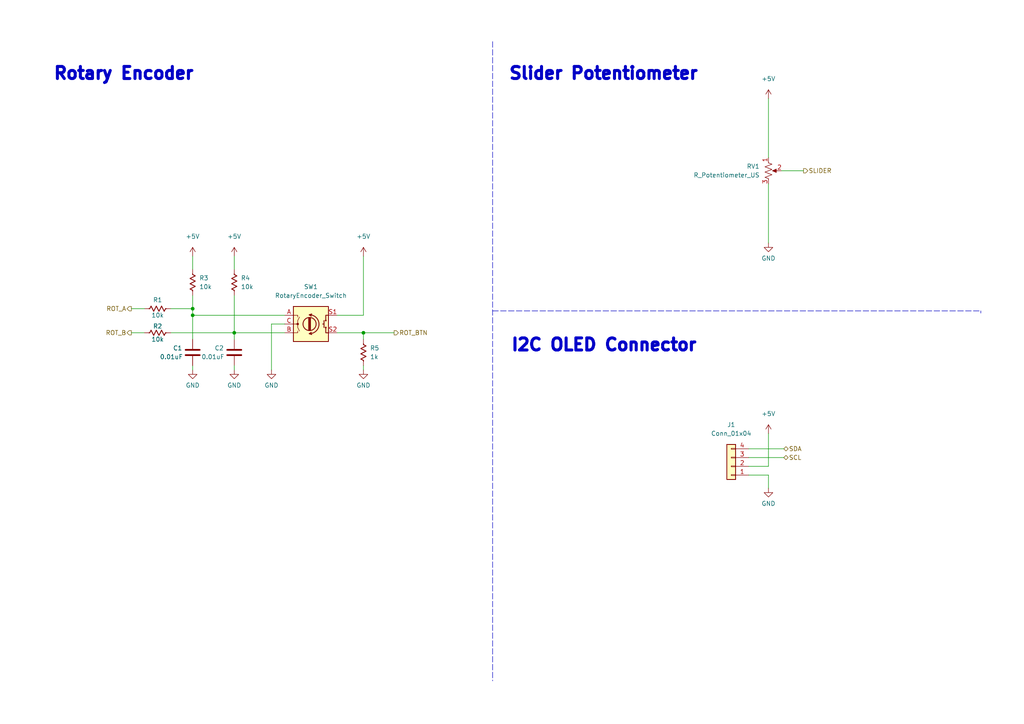
<source format=kicad_sch>
(kicad_sch (version 20211123) (generator eeschema)
  (paper "A4")
  (lib_symbols
    (symbol "Capacitor_US_AKL:C_0603" (pin_numbers hide) (pin_names (offset 0.254))
      (property "Reference" "C" (at 0.635 2.54 0))
      (property "Value" "C_0603" (at 0.635 -2.54 0))
      (symbol "C_0603_0_1"
        (polyline (pts (xy -2.032 -0.762) (xy 2.032 -0.762)) (stroke (width 0.508)))
        (polyline (pts (xy -2.032 0.762) (xy 2.032 0.762)) (stroke (width 0.508)))
      )
      (symbol "C_0603_1_1"
        (pin passive line (at 0 3.81 270) (length 2.794) (name "~") (number "1"))
        (pin passive line (at 0 -3.81 90) (length 2.794) (name "~") (number "2"))
      )
    )
    (symbol "Connector_Generic:Conn_01x04" (pin_names (offset 1.016) hide)
      (property "Reference" "J" (at 0 5.08 0))
      (property "Value" "Conn_01x04" (at 0 -7.62 0))
      (symbol "Conn_01x04_1_1"
        (rectangle (start -1.27 -4.953) (end 0 -5.207) (stroke (width 0.1524)))
        (rectangle (start -1.27 -2.413) (end 0 -2.667) (stroke (width 0.1524)))
        (rectangle (start -1.27 0.127) (end 0 -0.127) (stroke (width 0.1524)))
        (rectangle (start -1.27 2.667) (end 0 2.413) (stroke (width 0.1524)))
        (rectangle (start -1.27 3.81) (end 1.27 -6.35) (stroke (width 0.254)) (fill (type background)))
        (pin passive line (at -5.08 2.54 0) (length 3.81) (name "Pin_1") (number "1"))
        (pin passive line (at -5.08 0 0) (length 3.81) (name "Pin_2") (number "2"))
        (pin passive line (at -5.08 -2.54 0) (length 3.81) (name "Pin_3") (number "3"))
        (pin passive line (at -5.08 -5.08 0) (length 3.81) (name "Pin_4") (number "4"))
      )
    )
    (symbol "Device:R_Potentiometer_US" (pin_names (offset 1.016) hide)
      (property "Reference" "RV" (at -4.445 0 90))
      (property "Value" "R_Potentiometer_US" (at -2.54 0 90))
      (symbol "R_Potentiometer_US_0_1"
        (polyline (pts (xy 0 -2.286) (xy 0 -2.54)))
        (polyline (pts (xy 0 2.54) (xy 0 2.286)))
        (polyline (pts (xy 2.54 0) (xy 1.524 0)))
        (polyline (pts (xy 1.143 0) (xy 2.286 0.508) (xy 2.286 -0.508) (xy 1.143 0)) (fill (type outline)))
        (polyline (pts (xy 0 -0.762) (xy 1.016 -1.143) (xy 0 -1.524) (xy -1.016 -1.905) (xy 0 -2.286)))
        (polyline (pts (xy 0 0.762) (xy 1.016 0.381) (xy 0 0) (xy -1.016 -0.381) (xy 0 -0.762)))
        (polyline (pts (xy 0 2.286) (xy 1.016 1.905) (xy 0 1.524) (xy -1.016 1.143) (xy 0 0.762)))
      )
      (symbol "R_Potentiometer_US_1_1"
        (pin passive line (at 0 3.81 270) (length 1.27) (name "1") (number "1"))
        (pin passive line (at 3.81 0 180) (length 1.27) (name "2") (number "2"))
        (pin passive line (at 0 -3.81 90) (length 1.27) (name "3") (number "3"))
      )
    )
    (symbol "Device:RotaryEncoder_Switch" (pin_names (offset 0.254) hide)
      (property "Reference" "SW" (at 0 6.604 0))
      (property "Value" "RotaryEncoder_Switch" (at 0 -6.604 0))
      (symbol "RotaryEncoder_Switch_0_1"
        (rectangle (start -5.08 5.08) (end 5.08 -5.08) (stroke (width 0.254)) (fill (type background)))
        (circle (center -3.81 0) (radius 0.254) (fill (type outline)))
        (arc (start -0.381 -2.794) (mid 2.3622 -0.0508) (end -0.381 2.667) (stroke (width 0.254)))
        (circle (center -0.381 0) (radius 1.905) (stroke (width 0.254)))
        (polyline (pts (xy -0.635 -1.778) (xy -0.635 1.778)) (stroke (width 0.254)))
        (polyline (pts (xy -0.381 -1.778) (xy -0.381 1.778)) (stroke (width 0.254)))
        (polyline (pts (xy -0.127 1.778) (xy -0.127 -1.778)) (stroke (width 0.254)))
        (polyline (pts (xy 3.81 0) (xy 3.429 0)) (stroke (width 0.254)))
        (polyline (pts (xy 3.81 1.016) (xy 3.81 -1.016)) (stroke (width 0.254)))
        (polyline (pts (xy -5.08 -2.54) (xy -3.81 -2.54) (xy -3.81 -2.032)))
        (polyline (pts (xy -5.08 2.54) (xy -3.81 2.54) (xy -3.81 2.032)))
        (polyline (pts (xy 0.254 -3.048) (xy -0.508 -2.794) (xy 0.127 -2.413)) (stroke (width 0.254)))
        (polyline (pts (xy 0.254 2.921) (xy -0.508 2.667) (xy 0.127 2.286)) (stroke (width 0.254)))
        (polyline (pts (xy 5.08 -2.54) (xy 4.318 -2.54) (xy 4.318 -1.016)) (stroke (width 0.254)))
        (polyline (pts (xy 5.08 2.54) (xy 4.318 2.54) (xy 4.318 1.016)) (stroke (width 0.254)))
        (polyline (pts (xy -5.08 0) (xy -3.81 0) (xy -3.81 -1.016) (xy -3.302 -2.032)))
        (polyline (pts (xy -4.318 0) (xy -3.81 0) (xy -3.81 1.016) (xy -3.302 2.032)))
        (circle (center 4.318 -1.016) (radius 0.127) (stroke (width 0.254)))
        (circle (center 4.318 1.016) (radius 0.127) (stroke (width 0.254)))
      )
      (symbol "RotaryEncoder_Switch_1_1"
        (pin passive line (at -7.62 2.54 0) (length 2.54) (name "A") (number "A"))
        (pin passive line (at -7.62 -2.54 0) (length 2.54) (name "B") (number "B"))
        (pin passive line (at -7.62 0 0) (length 2.54) (name "C") (number "C"))
        (pin passive line (at 7.62 2.54 180) (length 2.54) (name "S1") (number "S1"))
        (pin passive line (at 7.62 -2.54 180) (length 2.54) (name "S2") (number "S2"))
      )
    )
    (symbol "Resistor_US_AKL:R_0603" (pin_numbers hide) (pin_names (offset 0))
      (property "Reference" "R" (at 2.54 1.27 0))
      (property "Value" "R_0603" (at 2.54 -1.27 0))
      (symbol "R_0603_0_1"
        (polyline (pts (xy 0 -2.286) (xy 0 -2.54)) (stroke (width 0.254)))
        (polyline (pts (xy 0 2.286) (xy 0 2.54)) (stroke (width 0.254)))
        (polyline (pts (xy 0 2.286) (xy 0.762 1.905) (xy -0.762 1.143) (xy 0 0.762) (xy 0.762 0.381) (xy 0 0) (xy -0.762 -0.381) (xy 0 -0.762) (xy 0.762 -1.143) (xy 0 -1.524) (xy -0.762 -1.905) (xy 0 -2.286)) (stroke (width 0.254)))
      )
      (symbol "R_0603_1_1"
        (pin passive line (at 0 3.81 270) (length 1.27) (name "~") (number "1"))
        (pin passive line (at 0 -3.81 90) (length 1.27) (name "~") (number "2"))
      )
    )
    (symbol "power:+5V" (power) (pin_names (offset 0))
      (property "Value" "+5V" (at 0 3.556 0))
      (symbol "+5V_0_1"
        (polyline (pts (xy -0.762 1.27) (xy 0 2.54)))
        (polyline (pts (xy 0 0) (xy 0 2.54)))
        (polyline (pts (xy 0 2.54) (xy 0.762 1.27)))
      )
      (symbol "+5V_1_1"
        (pin power_in line (at 0 0 90) (length 0) hide (name "+5V") (number "1"))
      )
    )
    (symbol "power:GND" (power) (pin_names (offset 0))
      (property "Value" "GND" (at 0 -3.81 0))
      (symbol "GND_0_1"
        (polyline (pts (xy 0 0) (xy 0 -1.27) (xy 1.27 -1.27) (xy 0 -2.54) (xy -1.27 -1.27) (xy 0 -1.27)))
      )
      (symbol "GND_1_1"
        (pin power_in line (at 0 0 270) (length 0) hide (name "GND") (number "1"))
      )
    )
  )
  (junction (at 55.88 91.44))
  (junction (at 67.945 96.52))
  (junction (at 55.88 89.535))
  (junction (at 105.41 96.52))
  (wire (pts (xy 49.53 96.52) (xy 67.945 96.52)))
  (wire (pts (xy 217.17 135.255) (xy 222.885 135.255)))
  (wire (pts (xy 105.41 96.52) (xy 114.3 96.52)))
  (wire (pts (xy 97.79 96.52) (xy 105.41 96.52)))
  (polyline (pts (xy 284.48 90.17) (xy 284.48 90.805)))
  (wire (pts (xy 55.88 85.725) (xy 55.88 89.535)))
  (wire (pts (xy 67.945 78.105) (xy 67.945 74.295)))
  (polyline (pts (xy 142.875 90.17) (xy 284.48 90.17)))
  (wire (pts (xy 55.88 78.105) (xy 55.88 74.295)))
  (wire (pts (xy 38.1 96.52) (xy 41.91 96.52)))
  (wire (pts (xy 105.41 96.52) (xy 105.41 98.425)))
  (wire (pts (xy 217.17 137.795) (xy 222.885 137.795)))
  (wire (pts (xy 222.885 28.575) (xy 222.885 45.72)))
  (wire (pts (xy 55.88 89.535) (xy 55.88 91.44)))
  (wire (pts (xy 222.885 125.73) (xy 222.885 135.255)))
  (wire (pts (xy 67.945 106.045) (xy 67.945 107.315)))
  (wire (pts (xy 105.41 74.295) (xy 105.41 91.44)))
  (wire (pts (xy 222.885 70.485) (xy 222.885 53.34)))
  (wire (pts (xy 67.945 98.425) (xy 67.945 96.52)))
  (wire (pts (xy 226.695 49.53) (xy 233.045 49.53)))
  (wire (pts (xy 222.885 137.795) (xy 222.885 141.605)))
  (wire (pts (xy 49.53 89.535) (xy 55.88 89.535)))
  (wire (pts (xy 55.88 91.44) (xy 82.55 91.44)))
  (wire (pts (xy 78.74 93.98) (xy 82.55 93.98)))
  (wire (pts (xy 97.79 91.44) (xy 105.41 91.44)))
  (wire (pts (xy 38.1 89.535) (xy 41.91 89.535)))
  (wire (pts (xy 78.74 93.98) (xy 78.74 107.315)))
  (wire (pts (xy 217.17 132.715) (xy 227.33 132.715)))
  (wire (pts (xy 67.945 96.52) (xy 82.55 96.52)))
  (wire (pts (xy 55.88 106.045) (xy 55.88 107.315)))
  (wire (pts (xy 67.945 85.725) (xy 67.945 96.52)))
  (wire (pts (xy 105.41 106.045) (xy 105.41 107.315)))
  (wire (pts (xy 55.88 91.44) (xy 55.88 98.425)))
  (polyline (pts (xy 142.875 12.065) (xy 142.875 197.485)))
  (wire (pts (xy 217.17 130.175) (xy 227.33 130.175)))
  (text "I2C OLED Connector" (at 147.955 102.235 0) (effects (font (size 3.5 3.5) (thickness 1) bold) (justify left bottom)))
  (text "Slider Potentiometer" (at 147.32 23.495 0) (effects (font (size 3.5 3.5) (thickness 1) bold) (justify left bottom)))
  (text "Rotary Encoder" (at 15.24 23.495 0) (effects (font (size 3.5 3.5) (thickness 1) bold) (justify left bottom)))
  (hierarchical_label "SLIDER" (shape output) (at 233.045 49.53 0))
  (hierarchical_label "ROT_BTN" (shape output) (at 114.3 96.52 0))
  (hierarchical_label "SCL" (shape bidirectional) (at 227.33 132.715 0))
  (hierarchical_label "ROT_B" (shape output) (at 38.1 96.52 180))
  (hierarchical_label "SDA" (shape bidirectional) (at 227.33 130.175 0))
  (hierarchical_label "ROT_A" (shape output) (at 38.1 89.535 180))
  (symbol (lib_id "power:+5V") (at 67.945 74.295 0) (unit 1)
    (property "Reference" "#PWR0101" (effects hide))
    (property "Value" "+5V" (at 67.945 68.58 0))
  )
  (symbol (lib_id "Resistor_US_AKL:R_0603") (at 45.72 89.535 90) (unit 1)
    (property "Reference" "R1" (at 45.72 86.995 90))
    (property "Value" "10k" (at 45.72 91.44 90))
    (property "Footprint" "Resistor_SMD_AKL:R_0603_1608Metric" (effects hide))
  )
  (symbol (lib_id "power:+5V") (at 222.885 125.73 0) (unit 1)
    (property "Reference" "#PWR0110" (effects hide))
    (property "Value" "+5V" (at 222.885 120.015 0))
  )
  (symbol (lib_id "power:GND") (at 105.41 107.315 0) (unit 1)
    (property "Reference" "#PWR0106" (effects hide))
    (property "Value" "GND" (at 105.41 111.76 0))
  )
  (symbol (lib_id "power:+5V") (at 105.41 74.295 0) (unit 1)
    (property "Reference" "#PWR0105" (effects hide))
    (property "Value" "+5V" (at 105.41 68.58 0))
  )
  (symbol (lib_id "power:GND") (at 78.74 107.315 0) (unit 1)
    (property "Reference" "#PWR0107" (effects hide))
    (property "Value" "GND" (at 78.74 111.76 0))
  )
  (symbol (lib_id "Resistor_US_AKL:R_0603") (at 67.945 81.915 0) (unit 1)
    (property "Reference" "R4" (at 69.85 80.6449 0) (effects (justify left)))
    (property "Value" "10k" (at 69.85 83.1849 0) (effects (justify left)))
    (property "Footprint" "Resistor_SMD_AKL:R_0603_1608Metric" (effects hide))
  )
  (symbol (lib_id "Device:R_Potentiometer_US") (at 222.885 49.53 0) (unit 1)
    (property "Reference" "RV1" (at 220.345 48.2599 0) (effects (justify right)))
    (property "Value" "R_Potentiometer_US" (at 220.345 50.7999 0) (effects (justify right)))
  )
  (symbol (lib_id "power:GND") (at 222.885 141.605 0) (unit 1)
    (property "Reference" "#PWR0111" (effects hide))
    (property "Value" "GND" (at 222.885 146.05 0))
  )
  (symbol (lib_id "power:+5V") (at 222.885 28.575 0) (unit 1)
    (property "Reference" "#PWR0108" (effects hide))
    (property "Value" "+5V" (at 222.885 22.86 0))
  )
  (symbol (lib_id "Resistor_US_AKL:R_0603") (at 55.88 81.915 0) (unit 1)
    (property "Reference" "R3" (at 57.785 80.6449 0) (effects (justify left)))
    (property "Value" "10k" (at 57.785 83.1849 0) (effects (justify left)))
    (property "Footprint" "Resistor_SMD_AKL:R_0603_1608Metric" (effects hide))
  )
  (symbol (lib_id "Device:RotaryEncoder_Switch") (at 90.17 93.98 0) (unit 1)
    (property "Reference" "SW1" (at 90.17 83.185 0))
    (property "Value" "RotaryEncoder_Switch" (at 90.17 85.725 0))
  )
  (symbol (lib_id "power:GND") (at 55.88 107.315 0) (unit 1)
    (property "Reference" "#PWR0103" (effects hide))
    (property "Value" "GND" (at 55.88 111.76 0))
  )
  (symbol (lib_id "Connector_Generic:Conn_01x04") (at 212.09 135.255 180) (unit 1)
    (property "Reference" "J1" (at 212.09 123.19 0))
    (property "Value" "Conn_01x04" (at 212.09 125.73 0))
  )
  (symbol (lib_id "Capacitor_US_AKL:C_0603") (at 67.945 102.235 0) (unit 1)
    (property "Reference" "C2" (at 62.23 100.965 0) (effects (justify left)))
    (property "Value" "0.01uF" (at 58.42 103.505 0) (effects (justify left)))
    (property "Footprint" "Capacitor_SMD_AKL:C_0603_1608Metric" (effects hide))
  )
  (symbol (lib_id "power:+5V") (at 55.88 74.295 0) (unit 1)
    (property "Reference" "#PWR0102" (effects hide))
    (property "Value" "+5V" (at 55.88 68.58 0))
  )
  (symbol (lib_id "Capacitor_US_AKL:C_0603") (at 55.88 102.235 0) (unit 1)
    (property "Reference" "C1" (at 50.165 100.965 0) (effects (justify left)))
    (property "Value" "0.01uF" (at 46.355 103.505 0) (effects (justify left)))
    (property "Footprint" "Capacitor_SMD_AKL:C_0603_1608Metric" (effects hide))
  )
  (symbol (lib_id "Resistor_US_AKL:R_0603") (at 105.41 102.235 0) (unit 1)
    (property "Reference" "R5" (at 107.315 100.9649 0) (effects (justify left)))
    (property "Value" "1k" (at 107.315 103.5049 0) (effects (justify left)))
    (property "Footprint" "Resistor_SMD_AKL:R_0603_1608Metric" (effects hide))
  )
  (symbol (lib_id "Resistor_US_AKL:R_0603") (at 45.72 96.52 90) (unit 1)
    (property "Reference" "R2" (at 45.72 94.615 90))
    (property "Value" "10k" (at 45.72 98.425 90))
    (property "Footprint" "Resistor_SMD_AKL:R_0603_1608Metric" (effects hide))
  )
  (symbol (lib_id "power:GND") (at 67.945 107.315 0) (unit 1)
    (property "Reference" "#PWR0104" (effects hide))
    (property "Value" "GND" (at 67.945 111.76 0))
  )
  (symbol (lib_id "power:GND") (at 222.885 70.485 0) (unit 1)
    (property "Reference" "#PWR0109" (effects hide))
    (property "Value" "GND" (at 222.885 74.93 0))
  )
)
</source>
